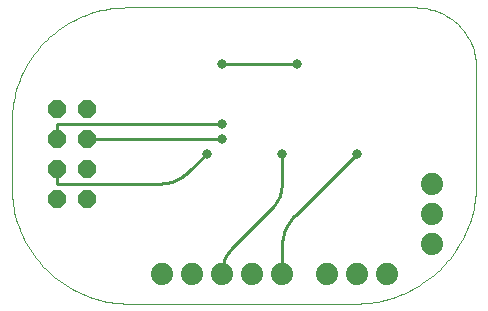
<source format=gbl>
G75*
%MOIN*%
%OFA0B0*%
%FSLAX24Y24*%
%IPPOS*%
%LPD*%
%AMOC8*
5,1,8,0,0,1.08239X$1,22.5*
%
%ADD10C,0.0000*%
%ADD11C,0.0740*%
%ADD12OC8,0.0600*%
%ADD13C,0.0320*%
%ADD14C,0.0100*%
D10*
X004045Y000140D02*
X011608Y000140D01*
X011732Y000142D01*
X011856Y000148D01*
X011979Y000157D01*
X012103Y000170D01*
X012225Y000188D01*
X012347Y000209D01*
X012469Y000233D01*
X012590Y000262D01*
X012709Y000294D01*
X012828Y000329D01*
X012945Y000369D01*
X013062Y000412D01*
X013176Y000458D01*
X013290Y000508D01*
X013402Y000562D01*
X013512Y000619D01*
X013620Y000679D01*
X013726Y000743D01*
X013831Y000810D01*
X013933Y000880D01*
X014033Y000953D01*
X014131Y001029D01*
X014226Y001108D01*
X014319Y001190D01*
X014409Y001275D01*
X014497Y001363D01*
X014582Y001453D01*
X014664Y001546D01*
X014743Y001641D01*
X014819Y001739D01*
X014892Y001839D01*
X014962Y001941D01*
X015029Y002046D01*
X015093Y002152D01*
X015153Y002260D01*
X015210Y002370D01*
X015264Y002482D01*
X015314Y002596D01*
X015360Y002710D01*
X015403Y002827D01*
X015443Y002944D01*
X015478Y003063D01*
X015510Y003182D01*
X015539Y003303D01*
X015563Y003425D01*
X015584Y003547D01*
X015602Y003669D01*
X015615Y003793D01*
X015624Y003916D01*
X015630Y004040D01*
X015632Y004164D01*
X015632Y007984D01*
X015630Y008072D01*
X015624Y008161D01*
X015615Y008248D01*
X015601Y008336D01*
X015584Y008423D01*
X015563Y008508D01*
X015538Y008593D01*
X015510Y008677D01*
X015478Y008759D01*
X015442Y008840D01*
X015403Y008920D01*
X015361Y008997D01*
X015315Y009073D01*
X015266Y009146D01*
X015213Y009217D01*
X015158Y009286D01*
X015100Y009353D01*
X015039Y009417D01*
X014975Y009478D01*
X014908Y009536D01*
X014839Y009591D01*
X014768Y009644D01*
X014695Y009693D01*
X014619Y009739D01*
X014542Y009781D01*
X014462Y009820D01*
X014381Y009856D01*
X014299Y009888D01*
X014215Y009916D01*
X014130Y009941D01*
X014045Y009962D01*
X013958Y009979D01*
X013870Y009993D01*
X013783Y010002D01*
X013694Y010008D01*
X013606Y010010D01*
X003963Y010010D01*
X003840Y010008D01*
X003718Y010002D01*
X003596Y009992D01*
X003474Y009979D01*
X003353Y009961D01*
X003232Y009940D01*
X003112Y009914D01*
X002993Y009885D01*
X002875Y009852D01*
X002758Y009815D01*
X002643Y009775D01*
X002528Y009731D01*
X002416Y009683D01*
X002304Y009631D01*
X002195Y009576D01*
X002087Y009518D01*
X001981Y009456D01*
X001877Y009391D01*
X001776Y009323D01*
X001676Y009251D01*
X001579Y009176D01*
X001485Y009098D01*
X001393Y009017D01*
X001303Y008933D01*
X001217Y008847D01*
X001133Y008757D01*
X001052Y008665D01*
X000974Y008571D01*
X000899Y008474D01*
X000827Y008374D01*
X000759Y008273D01*
X000694Y008169D01*
X000632Y008063D01*
X000574Y007955D01*
X000519Y007846D01*
X000467Y007734D01*
X000419Y007622D01*
X000375Y007507D01*
X000335Y007392D01*
X000298Y007275D01*
X000265Y007157D01*
X000236Y007038D01*
X000210Y006918D01*
X000189Y006797D01*
X000171Y006676D01*
X000158Y006554D01*
X000148Y006432D01*
X000142Y006310D01*
X000140Y006187D01*
X000140Y004045D01*
X000142Y003922D01*
X000148Y003800D01*
X000157Y003678D01*
X000171Y003556D01*
X000188Y003434D01*
X000209Y003313D01*
X000234Y003193D01*
X000263Y003074D01*
X000295Y002956D01*
X000331Y002838D01*
X000371Y002722D01*
X000414Y002607D01*
X000461Y002494D01*
X000512Y002382D01*
X000566Y002272D01*
X000623Y002164D01*
X000684Y002057D01*
X000748Y001953D01*
X000815Y001850D01*
X000886Y001750D01*
X000959Y001652D01*
X001036Y001556D01*
X001116Y001463D01*
X001198Y001372D01*
X001284Y001284D01*
X001372Y001198D01*
X001463Y001116D01*
X001556Y001036D01*
X001652Y000959D01*
X001750Y000886D01*
X001850Y000815D01*
X001953Y000748D01*
X002057Y000684D01*
X002164Y000623D01*
X002272Y000566D01*
X002382Y000512D01*
X002494Y000461D01*
X002607Y000414D01*
X002722Y000371D01*
X002838Y000331D01*
X002956Y000295D01*
X003074Y000263D01*
X003193Y000234D01*
X003313Y000209D01*
X003434Y000188D01*
X003556Y000171D01*
X003678Y000157D01*
X003800Y000148D01*
X003922Y000142D01*
X004045Y000140D01*
D11*
X005140Y001140D03*
X006140Y001140D03*
X007140Y001140D03*
X008140Y001140D03*
X009140Y001140D03*
X010640Y001140D03*
X011640Y001140D03*
X012640Y001140D03*
X014140Y002140D03*
X014140Y003140D03*
X014140Y004140D03*
D12*
X002640Y003640D03*
X001640Y003640D03*
X001640Y004640D03*
X002640Y004640D03*
X002640Y005640D03*
X001640Y005640D03*
X001640Y006640D03*
X002640Y006640D03*
D13*
X006640Y005140D03*
X007140Y005640D03*
X007140Y006140D03*
X009140Y005140D03*
X011640Y005140D03*
X009640Y008140D03*
X007140Y008140D03*
D14*
X009640Y008140D01*
X007140Y006140D02*
X001640Y006140D01*
X001640Y005640D01*
X002640Y005640D02*
X007140Y005640D01*
X006640Y005140D02*
X006054Y004554D01*
X005054Y004140D02*
X001640Y004140D01*
X001640Y004640D01*
X005054Y004140D02*
X005128Y004142D01*
X005202Y004148D01*
X005275Y004157D01*
X005348Y004171D01*
X005420Y004188D01*
X005491Y004209D01*
X005561Y004234D01*
X005629Y004262D01*
X005696Y004294D01*
X005761Y004329D01*
X005824Y004368D01*
X005885Y004410D01*
X005944Y004455D01*
X006000Y004503D01*
X006054Y004554D01*
X008813Y003312D02*
X008856Y003358D01*
X008896Y003406D01*
X008934Y003456D01*
X008969Y003508D01*
X009000Y003562D01*
X009029Y003618D01*
X009055Y003675D01*
X009077Y003734D01*
X009096Y003793D01*
X009112Y003854D01*
X009124Y003916D01*
X009133Y003978D01*
X009138Y004040D01*
X009140Y004103D01*
X009140Y005140D01*
X009603Y003103D02*
X011640Y005140D01*
X008813Y003313D02*
X007494Y001994D01*
X007494Y001993D02*
X007447Y001944D01*
X007403Y001893D01*
X007363Y001838D01*
X007325Y001782D01*
X007291Y001724D01*
X007260Y001664D01*
X007232Y001602D01*
X007208Y001539D01*
X007187Y001474D01*
X007170Y001409D01*
X007157Y001342D01*
X007148Y001275D01*
X007142Y001208D01*
X007140Y001140D01*
X009140Y001140D02*
X009140Y001985D01*
X009142Y002063D01*
X009148Y002140D01*
X009157Y002217D01*
X009170Y002293D01*
X009187Y002369D01*
X009208Y002444D01*
X009232Y002518D01*
X009260Y002590D01*
X009292Y002661D01*
X009327Y002730D01*
X009365Y002798D01*
X009406Y002863D01*
X009451Y002927D01*
X009499Y002988D01*
X009550Y003047D01*
X009603Y003103D01*
M02*

</source>
